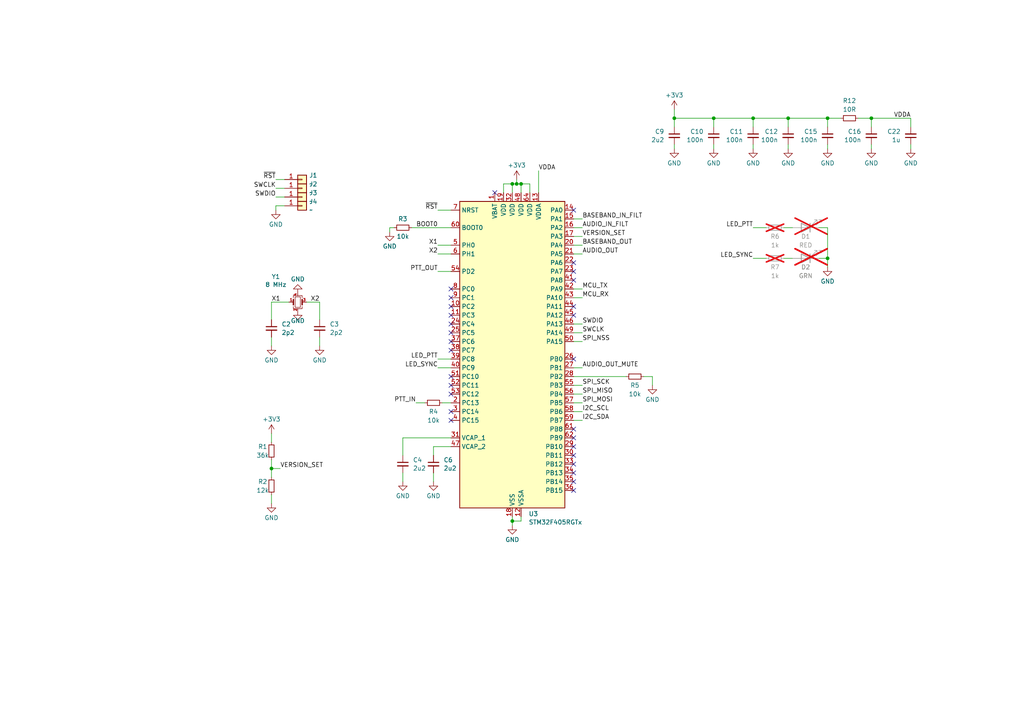
<source format=kicad_sch>
(kicad_sch (version 20230121) (generator eeschema)
  (paper "A4")
  (title_block (title "Micro17 - OpenRTX on a Module") (date "05.12.2023") (rev "A") (company "Wojciech Kaczmarski SP5WWP et al.") (comment 1 "M17 Project, OpenRTX"))
  (lib_symbols
    (symbol "Connector_Generic:Conn_01x01" (pin_names (offset 1.016) hide)
      (property "Reference" "J" (at 0 2.54 0))
      (property "Value" "Conn_01x01" (at 0 -2.54 0))
      (symbol "Conn_01x01_1_1"
        (rectangle (start -1.27 0.127) (end 0 -0.127) (stroke (width 0.1524)))
        (rectangle (start -1.27 1.27) (end 1.27 -1.27) (stroke (width 0.254)) (fill (type background)))
        (pin passive line (at -5.08 0 0) (length 3.81) (name "Pin_1") (number "1"))
      )
    )
    (symbol "Device:C_Small" (pin_numbers hide) (pin_names (offset 0.254) hide)
      (property "Reference" "C" (at 0.254 1.778 0))
      (property "Value" "C_Small" (at 0.254 -2.032 0))
      (symbol "C_Small_0_1"
        (polyline (pts (xy -1.524 -0.508) (xy 1.524 -0.508)) (stroke (width 0.3302)))
        (polyline (pts (xy -1.524 0.508) (xy 1.524 0.508)) (stroke (width 0.3048)))
      )
      (symbol "C_Small_1_1"
        (pin passive line (at 0 2.54 270) (length 2.032) (name "~") (number "1"))
        (pin passive line (at 0 -2.54 90) (length 2.032) (name "~") (number "2"))
      )
    )
    (symbol "Device:Crystal_GND24_Small" (pin_names (offset 1.016) hide)
      (property "Reference" "Y" (at 1.27 4.445 0))
      (property "Value" "Crystal_GND24_Small" (at 1.27 2.54 0))
      (symbol "Crystal_GND24_Small_0_1"
        (rectangle (start -0.762 -1.524) (end 0.762 1.524))
        (polyline (pts (xy -1.27 -0.762) (xy -1.27 0.762)) (stroke (width 0.381)))
        (polyline (pts (xy 1.27 -0.762) (xy 1.27 0.762)) (stroke (width 0.381)))
        (polyline (pts (xy -1.27 -1.27) (xy -1.27 -1.905) (xy 1.27 -1.905) (xy 1.27 -1.27)))
        (polyline (pts (xy -1.27 1.27) (xy -1.27 1.905) (xy 1.27 1.905) (xy 1.27 1.27)))
      )
      (symbol "Crystal_GND24_Small_1_1"
        (pin passive line (at -2.54 0 0) (length 1.27) (name "1") (number "1"))
        (pin passive line (at 0 -2.54 90) (length 0.635) (name "2") (number "2"))
        (pin passive line (at 2.54 0 180) (length 1.27) (name "3") (number "3"))
        (pin passive line (at 0 2.54 270) (length 0.635) (name "4") (number "4"))
      )
    )
    (symbol "Device:LED" (pin_numbers hide) (pin_names (offset 1.016) hide)
      (property "Reference" "D" (at 0 2.54 0))
      (property "Value" "LED" (at 0 -2.54 0))
      (symbol "LED_0_1"
        (polyline (pts (xy -1.27 -1.27) (xy -1.27 1.27)) (stroke (width 0.254)))
        (polyline (pts (xy -1.27 0) (xy 1.27 0)))
        (polyline (pts (xy 1.27 -1.27) (xy 1.27 1.27) (xy -1.27 0) (xy 1.27 -1.27)) (stroke (width 0.254)))
        (polyline (pts (xy -3.048 -0.762) (xy -4.572 -2.286) (xy -3.81 -2.286) (xy -4.572 -2.286) (xy -4.572 -1.524)))
        (polyline (pts (xy -1.778 -0.762) (xy -3.302 -2.286) (xy -2.54 -2.286) (xy -3.302 -2.286) (xy -3.302 -1.524)))
      )
      (symbol "LED_1_1"
        (pin passive line (at -3.81 0 0) (length 2.54) (name "K") (number "1"))
        (pin passive line (at 3.81 0 180) (length 2.54) (name "A") (number "2"))
      )
    )
    (symbol "Device:R_Small" (pin_numbers hide) (pin_names (offset 0.254) hide)
      (property "Reference" "R" (at 0.762 0.508 0))
      (property "Value" "R_Small" (at 0.762 -1.016 0))
      (symbol "R_Small_0_1"
        (rectangle (start -0.762 1.778) (end 0.762 -1.778) (stroke (width 0.2032)))
      )
      (symbol "R_Small_1_1"
        (pin passive line (at 0 2.54 270) (length 0.762) (name "~") (number "1"))
        (pin passive line (at 0 -2.54 90) (length 0.762) (name "~") (number "2"))
      )
    )
    (symbol "MCU_ST_STM32F4:STM32F405RGTx"
      (property "Reference" "U" (at -15.24 46.99 0))
      (property "Value" "STM32F405RGTx" (at 10.16 46.99 0))
      (symbol "STM32F405RGTx_0_1"
        (rectangle (start -15.24 -43.18) (end 15.24 45.72) (stroke (width 0.254)) (fill (type background)))
      )
      (symbol "STM32F405RGTx_1_1"
        (pin power_in line (at -5.08 48.26 270) (length 2.54) (name "VBAT") (number "1"))
        (pin bidirectional line (at -17.78 15.24 0) (length 2.54) (name "PC2") (number "10"))
        (pin bidirectional line (at -17.78 12.7 0) (length 2.54) (name "PC3") (number "11"))
        (pin power_in line (at 2.54 -45.72 90) (length 2.54) (name "VSSA") (number "12"))
        (pin power_in line (at 7.62 48.26 270) (length 2.54) (name "VDDA") (number "13"))
        (pin bidirectional line (at 17.78 43.18 180) (length 2.54) (name "PA0") (number "14"))
        (pin bidirectional line (at 17.78 40.64 180) (length 2.54) (name "PA1") (number "15"))
        (pin bidirectional line (at 17.78 38.1 180) (length 2.54) (name "PA2") (number "16"))
        (pin bidirectional line (at 17.78 35.56 180) (length 2.54) (name "PA3") (number "17"))
        (pin power_in line (at 0 -45.72 90) (length 2.54) (name "VSS") (number "18"))
        (pin power_in line (at -2.54 48.26 270) (length 2.54) (name "VDD") (number "19"))
        (pin bidirectional line (at -17.78 -12.7 0) (length 2.54) (name "PC13") (number "2"))
        (pin bidirectional line (at 17.78 33.02 180) (length 2.54) (name "PA4") (number "20"))
        (pin bidirectional line (at 17.78 30.48 180) (length 2.54) (name "PA5") (number "21"))
        (pin bidirectional line (at 17.78 27.94 180) (length 2.54) (name "PA6") (number "22"))
        (pin bidirectional line (at 17.78 25.4 180) (length 2.54) (name "PA7") (number "23"))
        (pin bidirectional line (at -17.78 10.16 0) (length 2.54) (name "PC4") (number "24"))
        (pin bidirectional line (at -17.78 7.62 0) (length 2.54) (name "PC5") (number "25"))
        (pin bidirectional line (at 17.78 0 180) (length 2.54) (name "PB0") (number "26"))
        (pin bidirectional line (at 17.78 -2.54 180) (length 2.54) (name "PB1") (number "27"))
        (pin bidirectional line (at 17.78 -5.08 180) (length 2.54) (name "PB2") (number "28"))
        (pin bidirectional line (at 17.78 -25.4 180) (length 2.54) (name "PB10") (number "29"))
        (pin bidirectional line (at -17.78 -15.24 0) (length 2.54) (name "PC14") (number "3"))
        (pin bidirectional line (at 17.78 -27.94 180) (length 2.54) (name "PB11") (number "30"))
        (pin power_out line (at -17.78 -22.86 0) (length 2.54) (name "VCAP_1") (number "31"))
        (pin power_in line (at 0 48.26 270) (length 2.54) (name "VDD") (number "32"))
        (pin bidirectional line (at 17.78 -30.48 180) (length 2.54) (name "PB12") (number "33"))
        (pin bidirectional line (at 17.78 -33.02 180) (length 2.54) (name "PB13") (number "34"))
        (pin bidirectional line (at 17.78 -35.56 180) (length 2.54) (name "PB14") (number "35"))
        (pin bidirectional line (at 17.78 -38.1 180) (length 2.54) (name "PB15") (number "36"))
        (pin bidirectional line (at -17.78 5.08 0) (length 2.54) (name "PC6") (number "37"))
        (pin bidirectional line (at -17.78 2.54 0) (length 2.54) (name "PC7") (number "38"))
        (pin bidirectional line (at -17.78 0 0) (length 2.54) (name "PC8") (number "39"))
        (pin bidirectional line (at -17.78 -17.78 0) (length 2.54) (name "PC15") (number "4"))
        (pin bidirectional line (at -17.78 -2.54 0) (length 2.54) (name "PC9") (number "40"))
        (pin bidirectional line (at 17.78 22.86 180) (length 2.54) (name "PA8") (number "41"))
        (pin bidirectional line (at 17.78 20.32 180) (length 2.54) (name "PA9") (number "42"))
        (pin bidirectional line (at 17.78 17.78 180) (length 2.54) (name "PA10") (number "43"))
        (pin bidirectional line (at 17.78 15.24 180) (length 2.54) (name "PA11") (number "44"))
        (pin bidirectional line (at 17.78 12.7 180) (length 2.54) (name "PA12") (number "45"))
        (pin bidirectional line (at 17.78 10.16 180) (length 2.54) (name "PA13") (number "46"))
        (pin power_out line (at -17.78 -25.4 0) (length 2.54) (name "VCAP_2") (number "47"))
        (pin power_in line (at 2.54 48.26 270) (length 2.54) (name "VDD") (number "48"))
        (pin bidirectional line (at 17.78 7.62 180) (length 2.54) (name "PA14") (number "49"))
        (pin bidirectional line (at -17.78 33.02 0) (length 2.54) (name "PH0") (number "5"))
        (pin bidirectional line (at 17.78 5.08 180) (length 2.54) (name "PA15") (number "50"))
        (pin bidirectional line (at -17.78 -5.08 0) (length 2.54) (name "PC10") (number "51"))
        (pin bidirectional line (at -17.78 -7.62 0) (length 2.54) (name "PC11") (number "52"))
        (pin bidirectional line (at -17.78 -10.16 0) (length 2.54) (name "PC12") (number "53"))
        (pin bidirectional line (at -17.78 25.4 0) (length 2.54) (name "PD2") (number "54"))
        (pin bidirectional line (at 17.78 -7.62 180) (length 2.54) (name "PB3") (number "55"))
        (pin bidirectional line (at 17.78 -10.16 180) (length 2.54) (name "PB4") (number "56"))
        (pin bidirectional line (at 17.78 -12.7 180) (length 2.54) (name "PB5") (number "57"))
        (pin bidirectional line (at 17.78 -15.24 180) (length 2.54) (name "PB6") (number "58"))
        (pin bidirectional line (at 17.78 -17.78 180) (length 2.54) (name "PB7") (number "59"))
        (pin bidirectional line (at -17.78 30.48 0) (length 2.54) (name "PH1") (number "6"))
        (pin input line (at -17.78 38.1 0) (length 2.54) (name "BOOT0") (number "60"))
        (pin bidirectional line (at 17.78 -20.32 180) (length 2.54) (name "PB8") (number "61"))
        (pin bidirectional line (at 17.78 -22.86 180) (length 2.54) (name "PB9") (number "62"))
        (pin passive line (at 0 -45.72 90) (length 2.54) hide (name "VSS") (number "63"))
        (pin power_in line (at 5.08 48.26 270) (length 2.54) (name "VDD") (number "64"))
        (pin input line (at -17.78 43.18 0) (length 2.54) (name "NRST") (number "7"))
        (pin bidirectional line (at -17.78 20.32 0) (length 2.54) (name "PC0") (number "8"))
        (pin bidirectional line (at -17.78 17.78 0) (length 2.54) (name "PC1") (number "9"))
      )
    )
    (symbol "power:+3V3" (power) (pin_names (offset 0))
      (property "Value" "+3V3" (at 0 3.556 0))
      (symbol "+3V3_0_1"
        (polyline (pts (xy -0.762 1.27) (xy 0 2.54)))
        (polyline (pts (xy 0 0) (xy 0 2.54)))
        (polyline (pts (xy 0 2.54) (xy 0.762 1.27)))
      )
      (symbol "+3V3_1_1"
        (pin power_in line (at 0 0 90) (length 0) hide (name "+3V3") (number "1"))
      )
    )
    (symbol "power:GND" (power) (pin_names (offset 0))
      (property "Value" "GND" (at 0 -3.81 0))
      (symbol "GND_0_1"
        (polyline (pts (xy 0 0) (xy 0 -1.27) (xy 1.27 -1.27) (xy 0 -2.54) (xy -1.27 -1.27) (xy 0 -1.27)))
      )
      (symbol "GND_1_1"
        (pin power_in line (at 0 0 270) (length 0) hide (name "GND") (number "1"))
      )
    )
  )
  (junction (at 148.59 53.34))
  (junction (at 207.01 34.29))
  (junction (at 252.73 34.29))
  (junction (at 148.59 151.13))
  (junction (at 228.6 34.29))
  (junction (at 149.86 53.34))
  (junction (at 151.13 53.34))
  (junction (at 195.58 34.29))
  (junction (at 218.44 34.29))
  (junction (at 240.03 74.93))
  (junction (at 240.03 34.29))
  (junction (at 78.74 135.89))
  (no_connect (at 130.81 96.52))
  (no_connect (at 143.51 55.88))
  (no_connect (at 130.81 101.6))
  (no_connect (at 130.81 121.92))
  (no_connect (at 130.81 114.3))
  (no_connect (at 130.81 93.98))
  (no_connect (at 166.37 81.28))
  (no_connect (at 166.37 137.16))
  (no_connect (at 166.37 60.96))
  (no_connect (at 166.37 124.46))
  (no_connect (at 130.81 99.06))
  (no_connect (at 130.81 119.38))
  (no_connect (at 130.81 91.44))
  (no_connect (at 166.37 127))
  (no_connect (at 166.37 78.74))
  (no_connect (at 130.81 83.82))
  (no_connect (at 166.37 134.62))
  (no_connect (at 166.37 142.24))
  (no_connect (at 166.37 91.44))
  (no_connect (at 130.81 111.76))
  (no_connect (at 130.81 88.9))
  (no_connect (at 130.81 109.22))
  (no_connect (at 130.81 86.36))
  (no_connect (at 166.37 104.14))
  (no_connect (at 166.37 132.08))
  (no_connect (at 166.37 129.54))
  (no_connect (at 166.37 139.7))
  (no_connect (at 166.37 76.2))
  (no_connect (at 166.37 88.9))
  (wire (pts (xy 166.37 93.98) (xy 168.91 93.98)))
  (wire (pts (xy 82.55 59.69) (xy 80.01 59.69)))
  (wire (pts (xy 116.84 127) (xy 116.84 132.08)))
  (wire (pts (xy 78.74 125.73) (xy 78.74 128.27)))
  (wire (pts (xy 252.73 41.91) (xy 252.73 43.18)))
  (wire (pts (xy 127 73.66) (xy 130.81 73.66)))
  (wire (pts (xy 78.74 100.33) (xy 78.74 97.79)))
  (wire (pts (xy 166.37 106.68) (xy 168.91 106.68)))
  (wire (pts (xy 113.03 66.04) (xy 113.03 67.31)))
  (wire (pts (xy 78.74 135.89) (xy 78.74 138.43)))
  (wire (pts (xy 127 104.14) (xy 130.81 104.14)))
  (wire (pts (xy 207.01 34.29) (xy 195.58 34.29)))
  (wire (pts (xy 218.44 34.29) (xy 218.44 36.83)))
  (wire (pts (xy 78.74 135.89) (xy 81.28 135.89)))
  (wire (pts (xy 218.44 41.91) (xy 218.44 43.18)))
  (wire (pts (xy 186.69 109.22) (xy 189.23 109.22)))
  (wire (pts (xy 227.33 74.93) (xy 229.87 74.93)))
  (wire (pts (xy 146.05 53.34) (xy 146.05 55.88)))
  (wire (pts (xy 264.16 36.83) (xy 264.16 34.29)))
  (wire (pts (xy 166.37 73.66) (xy 168.91 73.66)))
  (wire (pts (xy 127 71.12) (xy 130.81 71.12)))
  (wire (pts (xy 92.71 87.63) (xy 92.71 92.71)))
  (wire (pts (xy 166.37 116.84) (xy 168.91 116.84)))
  (wire (pts (xy 128.27 116.84) (xy 130.81 116.84)))
  (wire (pts (xy 125.73 129.54) (xy 125.73 132.08)))
  (wire (pts (xy 218.44 66.04) (xy 222.25 66.04)))
  (wire (pts (xy 228.6 34.29) (xy 218.44 34.29)))
  (wire (pts (xy 153.67 53.34) (xy 151.13 53.34)))
  (wire (pts (xy 151.13 53.34) (xy 151.13 55.88)))
  (wire (pts (xy 78.74 133.35) (xy 78.74 135.89)))
  (wire (pts (xy 240.03 41.91) (xy 240.03 43.18)))
  (wire (pts (xy 153.67 55.88) (xy 153.67 53.34)))
  (wire (pts (xy 127 106.68) (xy 130.81 106.68)))
  (wire (pts (xy 207.01 34.29) (xy 207.01 36.83)))
  (wire (pts (xy 92.71 100.33) (xy 92.71 97.79)))
  (wire (pts (xy 195.58 34.29) (xy 195.58 36.83)))
  (wire (pts (xy 82.55 57.15) (xy 80.01 57.15)))
  (wire (pts (xy 120.65 116.84) (xy 123.19 116.84)))
  (wire (pts (xy 82.55 52.07) (xy 80.01 52.07)))
  (wire (pts (xy 127 78.74) (xy 130.81 78.74)))
  (wire (pts (xy 130.81 127) (xy 116.84 127)))
  (wire (pts (xy 227.33 66.04) (xy 229.87 66.04)))
  (wire (pts (xy 78.74 146.05) (xy 78.74 143.51)))
  (wire (pts (xy 248.92 34.29) (xy 252.73 34.29)))
  (wire (pts (xy 189.23 109.22) (xy 189.23 111.76)))
  (wire (pts (xy 78.74 92.71) (xy 78.74 87.63)))
  (wire (pts (xy 240.03 66.04) (xy 240.03 74.93)))
  (wire (pts (xy 116.84 139.7) (xy 116.84 137.16)))
  (wire (pts (xy 264.16 41.91) (xy 264.16 43.18)))
  (wire (pts (xy 125.73 139.7) (xy 125.73 137.16)))
  (wire (pts (xy 243.84 34.29) (xy 240.03 34.29)))
  (wire (pts (xy 228.6 34.29) (xy 228.6 36.83)))
  (wire (pts (xy 130.81 129.54) (xy 125.73 129.54)))
  (wire (pts (xy 240.03 74.93) (xy 240.03 77.47)))
  (wire (pts (xy 156.21 49.53) (xy 156.21 55.88)))
  (wire (pts (xy 114.3 66.04) (xy 113.03 66.04)))
  (wire (pts (xy 149.86 53.34) (xy 148.59 53.34)))
  (wire (pts (xy 166.37 111.76) (xy 168.91 111.76)))
  (wire (pts (xy 240.03 36.83) (xy 240.03 34.29)))
  (wire (pts (xy 80.01 59.69) (xy 80.01 60.96)))
  (wire (pts (xy 166.37 114.3) (xy 168.91 114.3)))
  (wire (pts (xy 195.58 34.29) (xy 195.58 31.75)))
  (wire (pts (xy 119.38 66.04) (xy 130.81 66.04)))
  (wire (pts (xy 228.6 41.91) (xy 228.6 43.18)))
  (wire (pts (xy 166.37 71.12) (xy 168.91 71.12)))
  (wire (pts (xy 166.37 121.92) (xy 168.91 121.92)))
  (wire (pts (xy 218.44 74.93) (xy 222.25 74.93)))
  (wire (pts (xy 148.59 149.86) (xy 148.59 151.13)))
  (wire (pts (xy 252.73 34.29) (xy 252.73 36.83)))
  (wire (pts (xy 166.37 96.52) (xy 168.91 96.52)))
  (wire (pts (xy 166.37 119.38) (xy 168.91 119.38)))
  (wire (pts (xy 166.37 63.5) (xy 168.91 63.5)))
  (wire (pts (xy 151.13 151.13) (xy 148.59 151.13)))
  (wire (pts (xy 149.86 52.07) (xy 149.86 53.34)))
  (wire (pts (xy 151.13 53.34) (xy 149.86 53.34)))
  (wire (pts (xy 78.74 87.63) (xy 83.82 87.63)))
  (wire (pts (xy 240.03 34.29) (xy 228.6 34.29)))
  (wire (pts (xy 148.59 151.13) (xy 148.59 152.4)))
  (wire (pts (xy 166.37 109.22) (xy 181.61 109.22)))
  (wire (pts (xy 166.37 99.06) (xy 168.91 99.06)))
  (wire (pts (xy 195.58 41.91) (xy 195.58 43.18)))
  (wire (pts (xy 166.37 68.58) (xy 168.91 68.58)))
  (wire (pts (xy 240.03 74.93) (xy 237.49 74.93)))
  (wire (pts (xy 82.55 54.61) (xy 80.01 54.61)))
  (wire (pts (xy 237.49 66.04) (xy 240.03 66.04)))
  (wire (pts (xy 166.37 66.04) (xy 168.91 66.04)))
  (wire (pts (xy 127 60.96) (xy 130.81 60.96)))
  (wire (pts (xy 218.44 34.29) (xy 207.01 34.29)))
  (wire (pts (xy 264.16 34.29) (xy 252.73 34.29)))
  (wire (pts (xy 166.37 83.82) (xy 168.91 83.82)))
  (wire (pts (xy 148.59 53.34) (xy 146.05 53.34)))
  (wire (pts (xy 207.01 41.91) (xy 207.01 43.18)))
  (wire (pts (xy 88.9 87.63) (xy 92.71 87.63)))
  (wire (pts (xy 166.37 86.36) (xy 168.91 86.36)))
  (wire (pts (xy 148.59 53.34) (xy 148.59 55.88)))
  (wire (pts (xy 151.13 149.86) (xy 151.13 151.13)))
  (label "BASEBAND_OUT" (at 168.91 71.12 0))
  (label "~{RST}" (at 127 60.96 180))
  (label "VERSION_SET" (at 168.91 68.58 0))
  (label "SPI_NSS" (at 168.91 99.06 0))
  (label "VDDA" (at 156.21 49.53 0))
  (label "SPI_SCK" (at 168.91 111.76 0))
  (label "VERSION_SET" (at 81.28 135.89 0))
  (label "SWCLK" (at 168.91 96.52 0))
  (label "X1" (at 78.74 87.63 0))
  (label "MCU_RX" (at 168.91 86.36 0))
  (label "LED_PTT" (at 127 104.14 180))
  (label "PTT_IN" (at 120.65 116.84 180))
  (label "SPI_MOSI" (at 168.91 116.84 0))
  (label "LED_SYNC" (at 218.44 74.93 180))
  (label "AUDIO_OUT" (at 168.91 73.66 0))
  (label "SWDIO" (at 80.01 57.15 180))
  (label "AUDIO_OUT_MUTE" (at 168.91 106.68 0))
  (label "LED_PTT" (at 218.44 66.04 180))
  (label "SWCLK" (at 80.01 54.61 180))
  (label "AUDIO_IN_FILT" (at 168.91 66.04 0))
  (label "X2" (at 92.71 87.63 180))
  (label "BOOT0" (at 127 66.04 180))
  (label "VDDA" (at 264.16 34.29 180))
  (label "I2C_SCL" (at 168.91 119.38 0))
  (label "MCU_TX" (at 168.91 83.82 0))
  (label "SPI_MISO" (at 168.91 114.3 0))
  (label "SWDIO" (at 168.91 93.98 0))
  (label "X2" (at 127 73.66 180))
  (label "PTT_OUT" (at 127 78.74 180))
  (label "LED_SYNC" (at 127 106.68 180))
  (label "X1" (at 127 71.12 180))
  (label "~{RST}" (at 80.01 52.07 180))
  (label "I2C_SDA" (at 168.91 121.92 0))
  (label "BASEBAND_IN_FILT" (at 168.91 63.5 0))
  (symbol (lib_id "power:GND") (at 78.74 146.05 0) (unit 1)
    (property "Reference" "#PWR05" (effects hide))
    (property "Value" "GND" (at 78.74 150.1831 0))
    (instances (project "micro17" (path "" (reference "#PWR05") (unit 1)) (path "" (reference "#PWR03") (unit 1))))
  )
  (symbol (lib_id "power:GND") (at 86.36 85.09 180) (unit 1)
    (property "Reference" "#PWR07" (effects hide))
    (property "Value" "GND" (at 86.36 80.9569 0))
    (instances (project "micro17" (path "" (reference "#PWR07") (unit 1)) (path "" (reference "#PWR05") (unit 1))))
  )
  (symbol (lib_id "Device:C_Small") (at 125.73 134.62 0) (unit 1)
    (property "Reference" "C6" (at 128.651 133.4079 0) (effects (justify left)))
    (property "Value" "2u2" (at 128.651 135.8321 0) (effects (justify left)))
    (property "Footprint" "Capacitor_SMD:C_0603_1608Metric" (effects hide))
    (instances (project "micro17" (path "" (reference "C6") (unit 1)) (path "" (reference "C4") (unit 1))))
  )
  (symbol (lib_id "Device:R_Small") (at 116.84 66.04 90) (unit 1)
    (property "Reference" "R3" (at 116.84 63.5 90))
    (property "Value" "10k" (at 116.84 68.58 90))
    (property "Footprint" "Resistor_SMD:R_0603_1608Metric" (effects hide))
  )
  (symbol (lib_id "Device:C_Small") (at 195.58 39.37 0) (mirror y) (unit 1)
    (property "Reference" "C9" (at 192.659 38.1579 0) (effects (justify left)))
    (property "Value" "2u2" (at 192.659 40.5821 0) (effects (justify left)))
    (property "Footprint" "Capacitor_SMD:C_0603_1608Metric" (effects hide))
    (instances (project "micro17" (path "" (reference "C9") (unit 1)) (path "" (reference "C5") (unit 1))))
  )
  (symbol (lib_id "MCU_ST_STM32F4:STM32F405RGTx") (at 148.59 104.14 0) (unit 1)
    (property "Reference" "U3" (at 153.3241 149.0401 0) (effects (justify left)))
    (property "Value" "STM32F405RGTx" (at 153.3241 151.4643 0) (effects (justify left)))
    (property "Footprint" "Package_QFP:LQFP-64_10x10mm_P0.5mm" (effects hide))
    (property "Datasheet" "https://www.st.com/resource/en/datasheet/stm32f405rg.pdf" (effects hide))
    (property "MPN" "STM32F405RGT6V" (effects hide))
    (property "LCSC Part#" "C15742" (effects hide))
    (instances (project "micro17" (path "" (reference "U3") (unit 1)) (path "" (reference "U1") (unit 1))))
  )
  (symbol (lib_id "Device:C_Small") (at 78.74 95.25 0) (unit 1)
    (property "Reference" "C2" (at 81.661 94.0379 0) (effects (justify left)))
    (property "Value" "2p2" (at 81.661 96.4621 0) (effects (justify left)))
    (property "Footprint" "Capacitor_SMD:C_0603_1608Metric" (effects hide))
    (instances (project "micro17" (path "" (reference "C2") (unit 1)) (path "" (reference "C1") (unit 1))))
  )
  (symbol (lib_id "power:GND") (at 116.84 139.7 0) (unit 1)
    (property "Reference" "#PWR012" (effects hide))
    (property "Value" "GND" (at 116.84 143.8331 0))
    (instances (project "micro17" (path "" (reference "#PWR012") (unit 1)) (path "" (reference "#PWR09") (unit 1))))
  )
  (symbol (lib_id "power:GND") (at 125.73 139.7 0) (unit 1)
    (property "Reference" "#PWR015" (effects hide))
    (property "Value" "GND" (at 125.73 143.8331 0))
    (instances (project "micro17" (path "" (reference "#PWR015") (unit 1)) (path "" (reference "#PWR010") (unit 1))))
  )
  (symbol (lib_id "Connector_Generic:Conn_01x01") (at 87.63 57.15 0) (unit 1)
    (property "Reference" "J3" (at 89.662 55.9379 0) (effects (justify left)))
    (property "Value" "~" (at 89.662 58.3621 0) (effects (justify left)))
    (property "Footprint" "TestPoint:TestPoint_Pad_D1.5mm" (effects hide))
  )
  (symbol (lib_id "Device:R_Small") (at 78.74 140.97 180) (unit 1)
    (property "Reference" "R2" (at 76.2 139.7 0))
    (property "Value" "12k" (at 76.2 142.24 0))
    (property "Footprint" "Resistor_SMD:R_0603_1608Metric" (effects hide))
  )
  (symbol (lib_id "power:+3V3") (at 195.58 31.75 0) (mirror y) (unit 1)
    (property "Reference" "#PWR023" (effects hide))
    (property "Value" "+3V3" (at 195.58 27.6169 0))
    (instances (project "micro17" (path "" (reference "#PWR023") (unit 1)) (path "" (reference "#PWR014") (unit 1))))
  )
  (symbol (lib_id "Device:R_Small") (at 125.73 116.84 90) (unit 1)
    (property "Reference" "R4" (at 125.73 119.38 90))
    (property "Value" "10k" (at 125.73 121.92 90))
    (property "Footprint" "Resistor_SMD:R_0603_1608Metric" (effects hide))
  )
  (symbol (lib_id "Device:Crystal_GND24_Small") (at 86.36 87.63 0) (unit 1)
    (property "Reference" "Y1" (at 80.01 80.2386 0))
    (property "Value" "8 MHz" (at 80.01 82.55 0))
    (property "Footprint" "Crystal:Crystal_SMD_3225-4Pin_3.2x2.5mm" (effects hide))
    (property "MPN" "TX32258M4DBDD2T" (effects hide))
    (property "LCSC Part#" "C5308002" (effects hide))
  )
  (symbol (lib_id "power:+3V3") (at 149.86 52.07 0) (unit 1)
    (property "Reference" "#PWR020" (effects hide))
    (property "Value" "+3V3" (at 149.86 47.9369 0))
    (instances (project "micro17" (path "" (reference "#PWR020") (unit 1)) (path "" (reference "#PWR012") (unit 1))))
  )
  (symbol (lib_id "Device:LED") (at 233.68 74.93 180) (unit 1) (dnp yes)
    (property "Reference" "D2" (at 233.68 77.47 0))
    (property "Value" "GRN" (at 233.68 80.01 0))
  )
  (symbol (lib_id "Device:R_Small") (at 184.15 109.22 90) (unit 1)
    (property "Reference" "R5" (at 184.15 111.76 90))
    (property "Value" "10k" (at 184.15 114.3 90))
    (property "Footprint" "Resistor_SMD:R_0603_1608Metric" (effects hide))
  )
  (symbol (lib_id "Device:R_Small") (at 224.79 74.93 90) (unit 1) (dnp yes)
    (property "Reference" "R7" (at 224.79 77.47 90))
    (property "Value" "1k" (at 224.79 80.01 90))
    (property "Footprint" "Resistor_SMD:R_0603_1608Metric" (effects hide))
  )
  (symbol (lib_id "Connector_Generic:Conn_01x01") (at 87.63 59.69 0) (unit 1)
    (property "Reference" "J4" (at 89.662 58.4779 0) (effects (justify left)))
    (property "Value" "~" (at 89.662 60.9021 0) (effects (justify left)))
    (property "Footprint" "TestPoint:TestPoint_Pad_D1.5mm" (effects hide))
  )
  (symbol (lib_id "power:GND") (at 189.23 111.76 0) (unit 1)
    (property "Reference" "#PWR025" (effects hide))
    (property "Value" "GND" (at 189.23 115.8931 0))
    (instances (project "micro17" (path "" (reference "#PWR025") (unit 1)) (path "" (reference "#PWR013") (unit 1))))
  )
  (symbol (lib_id "power:GND") (at 240.03 77.47 0) (unit 1)
    (property "Reference" "#PWR029" (effects hide))
    (property "Value" "GND" (at 240.03 81.6031 0))
    (instances (project "micro17" (path "" (reference "#PWR029") (unit 1)) (path "" (reference "#PWR020") (unit 1))))
  )
  (symbol (lib_id "Device:C_Small") (at 240.03 39.37 0) (mirror y) (unit 1)
    (property "Reference" "C15" (at 237.109 38.1579 0) (effects (justify left)))
    (property "Value" "100n" (at 237.109 40.5821 0) (effects (justify left)))
    (property "Footprint" "Capacitor_SMD:C_0603_1608Metric" (effects hide))
    (instances (project "micro17" (path "" (reference "C15") (unit 1)) (path "" (reference "C9") (unit 1))))
  )
  (symbol (lib_id "power:GND") (at 86.36 90.17 0) (unit 1)
    (property "Reference" "#PWR08" (effects hide))
    (property "Value" "GND" (at 86.36 93.0331 0))
    (instances (project "micro17" (path "" (reference "#PWR08") (unit 1)) (path "" (reference "#PWR06") (unit 1))))
  )
  (symbol (lib_id "power:GND") (at 207.01 43.18 0) (mirror y) (unit 1)
    (property "Reference" "#PWR026" (effects hide))
    (property "Value" "GND" (at 207.01 47.3131 0))
    (instances (project "micro17" (path "" (reference "#PWR026") (unit 1)) (path "" (reference "#PWR016") (unit 1))))
  )
  (symbol (lib_id "power:GND") (at 252.73 43.18 0) (mirror y) (unit 1)
    (property "Reference" "#PWR033" (effects hide))
    (property "Value" "GND" (at 252.73 47.3131 0))
    (instances (project "micro17" (path "" (reference "#PWR033") (unit 1)) (path "" (reference "#PWR021") (unit 1))))
  )
  (symbol (lib_id "power:GND") (at 264.16 43.18 0) (mirror y) (unit 1)
    (property "Reference" "#PWR033" (effects hide))
    (property "Value" "GND" (at 264.16 47.3131 0))
    (instances (project "micro17" (path "" (reference "#PWR033") (unit 1)) (path "" (reference "#PWR022") (unit 1))))
  )
  (symbol (lib_id "Device:C_Small") (at 116.84 134.62 0) (unit 1)
    (property "Reference" "C4" (at 119.761 133.4079 0) (effects (justify left)))
    (property "Value" "2u2" (at 119.761 135.8321 0) (effects (justify left)))
    (property "Footprint" "Capacitor_SMD:C_0603_1608Metric" (effects hide))
    (instances (project "micro17" (path "" (reference "C4") (unit 1)) (path "" (reference "C3") (unit 1))))
  )
  (symbol (lib_id "Device:C_Small") (at 228.6 39.37 0) (mirror y) (unit 1)
    (property "Reference" "C12" (at 225.679 38.1579 0) (effects (justify left)))
    (property "Value" "100n" (at 225.679 40.5821 0) (effects (justify left)))
    (property "Footprint" "Capacitor_SMD:C_0603_1608Metric" (effects hide))
    (instances (project "micro17" (path "" (reference "C12") (unit 1)) (path "" (reference "C8") (unit 1))))
  )
  (symbol (lib_id "power:GND") (at 113.03 67.31 0) (unit 1)
    (property "Reference" "#PWR011" (effects hide))
    (property "Value" "GND" (at 113.03 71.4431 0))
    (instances (project "micro17" (path "" (reference "#PWR011") (unit 1)) (path "" (reference "#PWR08") (unit 1))))
  )
  (symbol (lib_id "power:GND") (at 228.6 43.18 0) (mirror y) (unit 1)
    (property "Reference" "#PWR028" (effects hide))
    (property "Value" "GND" (at 228.6 47.3131 0))
    (instances (project "micro17" (path "" (reference "#PWR028") (unit 1)) (path "" (reference "#PWR018") (unit 1))))
  )
  (symbol (lib_id "Device:R_Small") (at 224.79 66.04 90) (unit 1) (dnp yes)
    (property "Reference" "R6" (at 224.79 68.58 90))
    (property "Value" "1k" (at 224.79 71.12 90))
    (property "Footprint" "Resistor_SMD:R_0603_1608Metric" (effects hide))
  )
  (symbol (lib_id "power:GND") (at 240.03 43.18 0) (mirror y) (unit 1)
    (property "Reference" "#PWR032" (effects hide))
    (property "Value" "GND" (at 240.03 47.3131 0))
    (instances (project "micro17" (path "" (reference "#PWR032") (unit 1)) (path "" (reference "#PWR019") (unit 1))))
  )
  (symbol (lib_id "Connector_Generic:Conn_01x01") (at 87.63 54.61 0) (unit 1)
    (property "Reference" "J2" (at 89.662 53.3979 0) (effects (justify left)))
    (property "Value" "~" (at 89.662 55.8221 0) (effects (justify left)))
    (property "Footprint" "TestPoint:TestPoint_Pad_D1.5mm" (effects hide))
  )
  (symbol (lib_id "Device:C_Small") (at 207.01 39.37 0) (mirror y) (unit 1)
    (property "Reference" "C10" (at 204.089 38.1579 0) (effects (justify left)))
    (property "Value" "100n" (at 204.089 40.5821 0) (effects (justify left)))
    (property "Footprint" "Capacitor_SMD:C_0603_1608Metric" (effects hide))
    (instances (project "micro17" (path "" (reference "C10") (unit 1)) (path "" (reference "C6") (unit 1))))
  )
  (symbol (lib_id "Device:C_Small") (at 252.73 39.37 0) (mirror y) (unit 1)
    (property "Reference" "C16" (at 249.809 38.1579 0) (effects (justify left)))
    (property "Value" "100n" (at 249.809 40.5821 0) (effects (justify left)))
    (property "Footprint" "Capacitor_SMD:C_0603_1608Metric" (effects hide))
    (instances (project "micro17" (path "" (reference "C16") (unit 1)) (path "" (reference "C10") (unit 1))))
  )
  (symbol (lib_id "power:+3V3") (at 78.74 125.73 0) (unit 1)
    (property "Reference" "#PWR04" (effects hide))
    (property "Value" "+3V3" (at 78.74 121.5969 0))
    (instances (project "micro17" (path "" (reference "#PWR04") (unit 1)) (path "" (reference "#PWR02") (unit 1))))
  )
  (symbol (lib_id "power:GND") (at 78.74 100.33 0) (unit 1)
    (property "Reference" "#PWR03" (effects hide))
    (property "Value" "GND" (at 78.74 104.4631 0))
    (instances (project "micro17" (path "" (reference "#PWR03") (unit 1)) (path "" (reference "#PWR01") (unit 1))))
  )
  (symbol (lib_id "Device:C_Small") (at 264.16 39.37 0) (mirror x) (unit 1)
    (property "Reference" "C22" (at 261.239 38.1579 0) (effects (justify right)))
    (property "Value" "1u" (at 261.239 40.5821 0) (effects (justify right)))
    (property "Footprint" "Capacitor_SMD:C_0603_1608Metric" (effects hide))
    (instances (project "micro17" (path "" (reference "C22") (unit 1)) (path "" (reference "C23") (unit 1)) (path "" (reference "C11") (unit 1))))
  )
  (symbol (lib_id "Device:R_Small") (at 246.38 34.29 270) (mirror x) (unit 1)
    (property "Reference" "R12" (at 246.38 29.21 90))
    (property "Value" "10R" (at 246.38 31.75 90))
    (property "Footprint" "Resistor_SMD:R_0603_1608Metric" (effects hide))
    (instances (project "micro17" (path "" (reference "R12") (unit 1)) (path "" (reference "R8") (unit 1))))
  )
  (symbol (lib_id "power:GND") (at 195.58 43.18 0) (mirror y) (unit 1)
    (property "Reference" "#PWR024" (effects hide))
    (property "Value" "GND" (at 195.58 47.3131 0))
    (instances (project "micro17" (path "" (reference "#PWR024") (unit 1)) (path "" (reference "#PWR015") (unit 1))))
  )
  (symbol (lib_id "Device:R_Small") (at 78.74 130.81 180) (unit 1)
    (property "Reference" "R1" (at 76.2 129.54 0))
    (property "Value" "36k" (at 76.2 132.08 0))
    (property "Footprint" "Resistor_SMD:R_0603_1608Metric" (effects hide))
  )
  (symbol (lib_id "power:GND") (at 148.59 152.4 0) (unit 1)
    (property "Reference" "#PWR019" (effects hide))
    (property "Value" "GND" (at 148.59 156.5331 0))
    (instances (project "micro17" (path "" (reference "#PWR019") (unit 1)) (path "" (reference "#PWR011") (unit 1))))
  )
  (symbol (lib_id "Connector_Generic:Conn_01x01") (at 87.63 52.07 0) (unit 1)
    (property "Reference" "J1" (at 89.662 50.8579 0) (effects (justify left)))
    (property "Value" "~" (at 89.662 53.2821 0) (effects (justify left)))
    (property "Footprint" "TestPoint:TestPoint_Pad_D1.5mm" (effects hide))
  )
  (symbol (lib_id "Device:C_Small") (at 92.71 95.25 0) (unit 1)
    (property "Reference" "C3" (at 95.631 94.0379 0) (effects (justify left)))
    (property "Value" "2p2" (at 95.631 96.4621 0) (effects (justify left)))
    (property "Footprint" "Capacitor_SMD:C_0603_1608Metric" (effects hide))
    (instances (project "micro17" (path "" (reference "C3") (unit 1)) (path "" (reference "C2") (unit 1))))
  )
  (symbol (lib_id "power:GND") (at 218.44 43.18 0) (mirror y) (unit 1)
    (property "Reference" "#PWR027" (effects hide))
    (property "Value" "GND" (at 218.44 47.3131 0))
    (instances (project "micro17" (path "" (reference "#PWR027") (unit 1)) (path "" (reference "#PWR017") (unit 1))))
  )
  (symbol (lib_id "power:GND") (at 92.71 100.33 0) (unit 1)
    (property "Reference" "#PWR010" (effects hide))
    (property "Value" "GND" (at 92.71 104.4631 0))
    (instances (project "micro17" (path "" (reference "#PWR010") (unit 1)) (path "" (reference "#PWR07") (unit 1))))
  )
  (symbol (lib_id "Device:C_Small") (at 218.44 39.37 0) (mirror y) (unit 1)
    (property "Reference" "C11" (at 215.519 38.1579 0) (effects (justify left)))
    (property "Value" "100n" (at 215.519 40.5821 0) (effects (justify left)))
    (property "Footprint" "Capacitor_SMD:C_0603_1608Metric" (effects hide))
    (instances (project "micro17" (path "" (reference "C11") (unit 1)) (path "" (reference "C7") (unit 1))))
  )
  (symbol (lib_id "Device:LED") (at 233.68 66.04 180) (unit 1) (dnp yes)
    (property "Reference" "D1" (at 233.68 68.58 0))
    (property "Value" "RED" (at 233.68 71.12 0))
  )
  (symbol (lib_id "power:GND") (at 80.01 60.96 0) (unit 1)
    (property "Reference" "#PWR06" (effects hide))
    (property "Value" "GND" (at 80.01 65.0931 0))
    (instances (project "micro17" (path "" (reference "#PWR06") (unit 1)) (path "" (reference "#PWR04") (unit 1))))
  )
)
</source>
